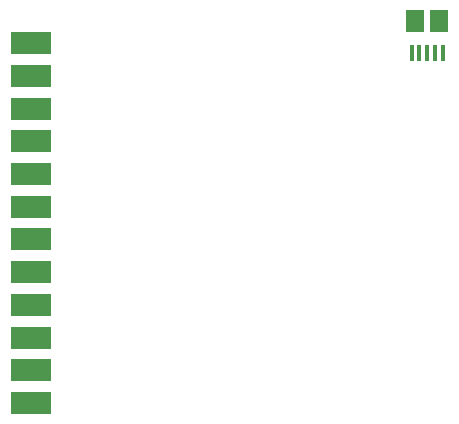
<source format=gbr>
%TF.GenerationSoftware,KiCad,Pcbnew,5.1.12-84ad8e8a86~92~ubuntu18.04.1*%
%TF.CreationDate,2022-06-27T01:27:44+02:00*%
%TF.ProjectId,Parallel-brk,50617261-6c6c-4656-9c2d-62726b2e6b69,rev?*%
%TF.SameCoordinates,Original*%
%TF.FileFunction,Paste,Top*%
%TF.FilePolarity,Positive*%
%FSLAX46Y46*%
G04 Gerber Fmt 4.6, Leading zero omitted, Abs format (unit mm)*
G04 Created by KiCad (PCBNEW 5.1.12-84ad8e8a86~92~ubuntu18.04.1) date 2022-06-27 01:27:44*
%MOMM*%
%LPD*%
G01*
G04 APERTURE LIST*
%ADD10R,3.480000X1.846667*%
%ADD11R,1.500000X1.900000*%
%ADD12R,0.400000X1.350000*%
G04 APERTURE END LIST*
D10*
%TO.C,J1*%
X100550000Y-47015000D03*
X100550000Y-49785000D03*
X100550000Y-52555000D03*
X100550000Y-55325000D03*
X100550000Y-58095000D03*
X100550000Y-60865000D03*
X100550000Y-63635000D03*
X100550000Y-66405000D03*
X100550000Y-69175000D03*
X100550000Y-71945000D03*
X100550000Y-74715000D03*
X100550000Y-77485000D03*
%TD*%
D11*
%TO.C,J3*%
X135050000Y-45162500D03*
D12*
X134050000Y-47862500D03*
X133400000Y-47862500D03*
X132750000Y-47862500D03*
X135350000Y-47862500D03*
X134700000Y-47862500D03*
D11*
X133050000Y-45162500D03*
%TD*%
M02*

</source>
